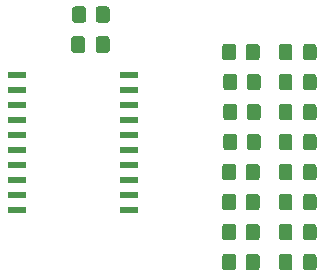
<source format=gbr>
%TF.GenerationSoftware,KiCad,Pcbnew,(5.1.9)-1*%
%TF.CreationDate,2023-01-12T13:49:32+03:00*%
%TF.ProjectId,STACK1,53544143-4b31-42e6-9b69-6361645f7063,rev?*%
%TF.SameCoordinates,Original*%
%TF.FileFunction,Paste,Top*%
%TF.FilePolarity,Positive*%
%FSLAX46Y46*%
G04 Gerber Fmt 4.6, Leading zero omitted, Abs format (unit mm)*
G04 Created by KiCad (PCBNEW (5.1.9)-1) date 2023-01-12 13:49:32*
%MOMM*%
%LPD*%
G01*
G04 APERTURE LIST*
%ADD10R,1.500000X0.600000*%
G04 APERTURE END LIST*
%TO.C,R9*%
G36*
G01*
X62900000Y-27755001D02*
X62900000Y-26854999D01*
G75*
G02*
X63149999Y-26605000I249999J0D01*
G01*
X63850001Y-26605000D01*
G75*
G02*
X64100000Y-26854999I0J-249999D01*
G01*
X64100000Y-27755001D01*
G75*
G02*
X63850001Y-28005000I-249999J0D01*
G01*
X63149999Y-28005000D01*
G75*
G02*
X62900000Y-27755001I0J249999D01*
G01*
G37*
G36*
G01*
X60900000Y-27755001D02*
X60900000Y-26854999D01*
G75*
G02*
X61149999Y-26605000I249999J0D01*
G01*
X61850001Y-26605000D01*
G75*
G02*
X62100000Y-26854999I0J-249999D01*
G01*
X62100000Y-27755001D01*
G75*
G02*
X61850001Y-28005000I-249999J0D01*
G01*
X61149999Y-28005000D01*
G75*
G02*
X60900000Y-27755001I0J249999D01*
G01*
G37*
%TD*%
%TO.C,C1*%
G36*
G01*
X64087500Y-29370000D02*
X64087500Y-30320000D01*
G75*
G02*
X63837500Y-30570000I-250000J0D01*
G01*
X63162500Y-30570000D01*
G75*
G02*
X62912500Y-30320000I0J250000D01*
G01*
X62912500Y-29370000D01*
G75*
G02*
X63162500Y-29120000I250000J0D01*
G01*
X63837500Y-29120000D01*
G75*
G02*
X64087500Y-29370000I0J-250000D01*
G01*
G37*
G36*
G01*
X62012500Y-29370000D02*
X62012500Y-30320000D01*
G75*
G02*
X61762500Y-30570000I-250000J0D01*
G01*
X61087500Y-30570000D01*
G75*
G02*
X60837500Y-30320000I0J250000D01*
G01*
X60837500Y-29370000D01*
G75*
G02*
X61087500Y-29120000I250000J0D01*
G01*
X61762500Y-29120000D01*
G75*
G02*
X62012500Y-29370000I0J-250000D01*
G01*
G37*
%TD*%
%TO.C,D1*%
G36*
G01*
X81610000Y-30029999D02*
X81610000Y-30930001D01*
G75*
G02*
X81360001Y-31180000I-249999J0D01*
G01*
X80709999Y-31180000D01*
G75*
G02*
X80460000Y-30930001I0J249999D01*
G01*
X80460000Y-30029999D01*
G75*
G02*
X80709999Y-29780000I249999J0D01*
G01*
X81360001Y-29780000D01*
G75*
G02*
X81610000Y-30029999I0J-249999D01*
G01*
G37*
G36*
G01*
X79560000Y-30029999D02*
X79560000Y-30930001D01*
G75*
G02*
X79310001Y-31180000I-249999J0D01*
G01*
X78659999Y-31180000D01*
G75*
G02*
X78410000Y-30930001I0J249999D01*
G01*
X78410000Y-30029999D01*
G75*
G02*
X78659999Y-29780000I249999J0D01*
G01*
X79310001Y-29780000D01*
G75*
G02*
X79560000Y-30029999I0J-249999D01*
G01*
G37*
%TD*%
%TO.C,D2*%
G36*
G01*
X81610000Y-32569999D02*
X81610000Y-33470001D01*
G75*
G02*
X81360001Y-33720000I-249999J0D01*
G01*
X80709999Y-33720000D01*
G75*
G02*
X80460000Y-33470001I0J249999D01*
G01*
X80460000Y-32569999D01*
G75*
G02*
X80709999Y-32320000I249999J0D01*
G01*
X81360001Y-32320000D01*
G75*
G02*
X81610000Y-32569999I0J-249999D01*
G01*
G37*
G36*
G01*
X79560000Y-32569999D02*
X79560000Y-33470001D01*
G75*
G02*
X79310001Y-33720000I-249999J0D01*
G01*
X78659999Y-33720000D01*
G75*
G02*
X78410000Y-33470001I0J249999D01*
G01*
X78410000Y-32569999D01*
G75*
G02*
X78659999Y-32320000I249999J0D01*
G01*
X79310001Y-32320000D01*
G75*
G02*
X79560000Y-32569999I0J-249999D01*
G01*
G37*
%TD*%
%TO.C,D3*%
G36*
G01*
X79560000Y-35109999D02*
X79560000Y-36010001D01*
G75*
G02*
X79310001Y-36260000I-249999J0D01*
G01*
X78659999Y-36260000D01*
G75*
G02*
X78410000Y-36010001I0J249999D01*
G01*
X78410000Y-35109999D01*
G75*
G02*
X78659999Y-34860000I249999J0D01*
G01*
X79310001Y-34860000D01*
G75*
G02*
X79560000Y-35109999I0J-249999D01*
G01*
G37*
G36*
G01*
X81610000Y-35109999D02*
X81610000Y-36010001D01*
G75*
G02*
X81360001Y-36260000I-249999J0D01*
G01*
X80709999Y-36260000D01*
G75*
G02*
X80460000Y-36010001I0J249999D01*
G01*
X80460000Y-35109999D01*
G75*
G02*
X80709999Y-34860000I249999J0D01*
G01*
X81360001Y-34860000D01*
G75*
G02*
X81610000Y-35109999I0J-249999D01*
G01*
G37*
%TD*%
%TO.C,D4*%
G36*
G01*
X81610000Y-37649999D02*
X81610000Y-38550001D01*
G75*
G02*
X81360001Y-38800000I-249999J0D01*
G01*
X80709999Y-38800000D01*
G75*
G02*
X80460000Y-38550001I0J249999D01*
G01*
X80460000Y-37649999D01*
G75*
G02*
X80709999Y-37400000I249999J0D01*
G01*
X81360001Y-37400000D01*
G75*
G02*
X81610000Y-37649999I0J-249999D01*
G01*
G37*
G36*
G01*
X79560000Y-37649999D02*
X79560000Y-38550001D01*
G75*
G02*
X79310001Y-38800000I-249999J0D01*
G01*
X78659999Y-38800000D01*
G75*
G02*
X78410000Y-38550001I0J249999D01*
G01*
X78410000Y-37649999D01*
G75*
G02*
X78659999Y-37400000I249999J0D01*
G01*
X79310001Y-37400000D01*
G75*
G02*
X79560000Y-37649999I0J-249999D01*
G01*
G37*
%TD*%
%TO.C,D5*%
G36*
G01*
X79560000Y-40189999D02*
X79560000Y-41090001D01*
G75*
G02*
X79310001Y-41340000I-249999J0D01*
G01*
X78659999Y-41340000D01*
G75*
G02*
X78410000Y-41090001I0J249999D01*
G01*
X78410000Y-40189999D01*
G75*
G02*
X78659999Y-39940000I249999J0D01*
G01*
X79310001Y-39940000D01*
G75*
G02*
X79560000Y-40189999I0J-249999D01*
G01*
G37*
G36*
G01*
X81610000Y-40189999D02*
X81610000Y-41090001D01*
G75*
G02*
X81360001Y-41340000I-249999J0D01*
G01*
X80709999Y-41340000D01*
G75*
G02*
X80460000Y-41090001I0J249999D01*
G01*
X80460000Y-40189999D01*
G75*
G02*
X80709999Y-39940000I249999J0D01*
G01*
X81360001Y-39940000D01*
G75*
G02*
X81610000Y-40189999I0J-249999D01*
G01*
G37*
%TD*%
%TO.C,D6*%
G36*
G01*
X79560000Y-42729999D02*
X79560000Y-43630001D01*
G75*
G02*
X79310001Y-43880000I-249999J0D01*
G01*
X78659999Y-43880000D01*
G75*
G02*
X78410000Y-43630001I0J249999D01*
G01*
X78410000Y-42729999D01*
G75*
G02*
X78659999Y-42480000I249999J0D01*
G01*
X79310001Y-42480000D01*
G75*
G02*
X79560000Y-42729999I0J-249999D01*
G01*
G37*
G36*
G01*
X81610000Y-42729999D02*
X81610000Y-43630001D01*
G75*
G02*
X81360001Y-43880000I-249999J0D01*
G01*
X80709999Y-43880000D01*
G75*
G02*
X80460000Y-43630001I0J249999D01*
G01*
X80460000Y-42729999D01*
G75*
G02*
X80709999Y-42480000I249999J0D01*
G01*
X81360001Y-42480000D01*
G75*
G02*
X81610000Y-42729999I0J-249999D01*
G01*
G37*
%TD*%
%TO.C,D7*%
G36*
G01*
X79560000Y-45269999D02*
X79560000Y-46170001D01*
G75*
G02*
X79310001Y-46420000I-249999J0D01*
G01*
X78659999Y-46420000D01*
G75*
G02*
X78410000Y-46170001I0J249999D01*
G01*
X78410000Y-45269999D01*
G75*
G02*
X78659999Y-45020000I249999J0D01*
G01*
X79310001Y-45020000D01*
G75*
G02*
X79560000Y-45269999I0J-249999D01*
G01*
G37*
G36*
G01*
X81610000Y-45269999D02*
X81610000Y-46170001D01*
G75*
G02*
X81360001Y-46420000I-249999J0D01*
G01*
X80709999Y-46420000D01*
G75*
G02*
X80460000Y-46170001I0J249999D01*
G01*
X80460000Y-45269999D01*
G75*
G02*
X80709999Y-45020000I249999J0D01*
G01*
X81360001Y-45020000D01*
G75*
G02*
X81610000Y-45269999I0J-249999D01*
G01*
G37*
%TD*%
%TO.C,D8*%
G36*
G01*
X81610000Y-47809999D02*
X81610000Y-48710001D01*
G75*
G02*
X81360001Y-48960000I-249999J0D01*
G01*
X80709999Y-48960000D01*
G75*
G02*
X80460000Y-48710001I0J249999D01*
G01*
X80460000Y-47809999D01*
G75*
G02*
X80709999Y-47560000I249999J0D01*
G01*
X81360001Y-47560000D01*
G75*
G02*
X81610000Y-47809999I0J-249999D01*
G01*
G37*
G36*
G01*
X79560000Y-47809999D02*
X79560000Y-48710001D01*
G75*
G02*
X79310001Y-48960000I-249999J0D01*
G01*
X78659999Y-48960000D01*
G75*
G02*
X78410000Y-48710001I0J249999D01*
G01*
X78410000Y-47809999D01*
G75*
G02*
X78659999Y-47560000I249999J0D01*
G01*
X79310001Y-47560000D01*
G75*
G02*
X79560000Y-47809999I0J-249999D01*
G01*
G37*
%TD*%
%TO.C,R1*%
G36*
G01*
X76800000Y-30029999D02*
X76800000Y-30930001D01*
G75*
G02*
X76550001Y-31180000I-249999J0D01*
G01*
X75849999Y-31180000D01*
G75*
G02*
X75600000Y-30930001I0J249999D01*
G01*
X75600000Y-30029999D01*
G75*
G02*
X75849999Y-29780000I249999J0D01*
G01*
X76550001Y-29780000D01*
G75*
G02*
X76800000Y-30029999I0J-249999D01*
G01*
G37*
G36*
G01*
X74800000Y-30029999D02*
X74800000Y-30930001D01*
G75*
G02*
X74550001Y-31180000I-249999J0D01*
G01*
X73849999Y-31180000D01*
G75*
G02*
X73600000Y-30930001I0J249999D01*
G01*
X73600000Y-30029999D01*
G75*
G02*
X73849999Y-29780000I249999J0D01*
G01*
X74550001Y-29780000D01*
G75*
G02*
X74800000Y-30029999I0J-249999D01*
G01*
G37*
%TD*%
%TO.C,R2*%
G36*
G01*
X76895000Y-32569999D02*
X76895000Y-33470001D01*
G75*
G02*
X76645001Y-33720000I-249999J0D01*
G01*
X75944999Y-33720000D01*
G75*
G02*
X75695000Y-33470001I0J249999D01*
G01*
X75695000Y-32569999D01*
G75*
G02*
X75944999Y-32320000I249999J0D01*
G01*
X76645001Y-32320000D01*
G75*
G02*
X76895000Y-32569999I0J-249999D01*
G01*
G37*
G36*
G01*
X74895000Y-32569999D02*
X74895000Y-33470001D01*
G75*
G02*
X74645001Y-33720000I-249999J0D01*
G01*
X73944999Y-33720000D01*
G75*
G02*
X73695000Y-33470001I0J249999D01*
G01*
X73695000Y-32569999D01*
G75*
G02*
X73944999Y-32320000I249999J0D01*
G01*
X74645001Y-32320000D01*
G75*
G02*
X74895000Y-32569999I0J-249999D01*
G01*
G37*
%TD*%
%TO.C,R3*%
G36*
G01*
X74895000Y-35109999D02*
X74895000Y-36010001D01*
G75*
G02*
X74645001Y-36260000I-249999J0D01*
G01*
X73944999Y-36260000D01*
G75*
G02*
X73695000Y-36010001I0J249999D01*
G01*
X73695000Y-35109999D01*
G75*
G02*
X73944999Y-34860000I249999J0D01*
G01*
X74645001Y-34860000D01*
G75*
G02*
X74895000Y-35109999I0J-249999D01*
G01*
G37*
G36*
G01*
X76895000Y-35109999D02*
X76895000Y-36010001D01*
G75*
G02*
X76645001Y-36260000I-249999J0D01*
G01*
X75944999Y-36260000D01*
G75*
G02*
X75695000Y-36010001I0J249999D01*
G01*
X75695000Y-35109999D01*
G75*
G02*
X75944999Y-34860000I249999J0D01*
G01*
X76645001Y-34860000D01*
G75*
G02*
X76895000Y-35109999I0J-249999D01*
G01*
G37*
%TD*%
%TO.C,R4*%
G36*
G01*
X74895000Y-37649999D02*
X74895000Y-38550001D01*
G75*
G02*
X74645001Y-38800000I-249999J0D01*
G01*
X73944999Y-38800000D01*
G75*
G02*
X73695000Y-38550001I0J249999D01*
G01*
X73695000Y-37649999D01*
G75*
G02*
X73944999Y-37400000I249999J0D01*
G01*
X74645001Y-37400000D01*
G75*
G02*
X74895000Y-37649999I0J-249999D01*
G01*
G37*
G36*
G01*
X76895000Y-37649999D02*
X76895000Y-38550001D01*
G75*
G02*
X76645001Y-38800000I-249999J0D01*
G01*
X75944999Y-38800000D01*
G75*
G02*
X75695000Y-38550001I0J249999D01*
G01*
X75695000Y-37649999D01*
G75*
G02*
X75944999Y-37400000I249999J0D01*
G01*
X76645001Y-37400000D01*
G75*
G02*
X76895000Y-37649999I0J-249999D01*
G01*
G37*
%TD*%
%TO.C,R5*%
G36*
G01*
X76800000Y-40189999D02*
X76800000Y-41090001D01*
G75*
G02*
X76550001Y-41340000I-249999J0D01*
G01*
X75849999Y-41340000D01*
G75*
G02*
X75600000Y-41090001I0J249999D01*
G01*
X75600000Y-40189999D01*
G75*
G02*
X75849999Y-39940000I249999J0D01*
G01*
X76550001Y-39940000D01*
G75*
G02*
X76800000Y-40189999I0J-249999D01*
G01*
G37*
G36*
G01*
X74800000Y-40189999D02*
X74800000Y-41090001D01*
G75*
G02*
X74550001Y-41340000I-249999J0D01*
G01*
X73849999Y-41340000D01*
G75*
G02*
X73600000Y-41090001I0J249999D01*
G01*
X73600000Y-40189999D01*
G75*
G02*
X73849999Y-39940000I249999J0D01*
G01*
X74550001Y-39940000D01*
G75*
G02*
X74800000Y-40189999I0J-249999D01*
G01*
G37*
%TD*%
%TO.C,R6*%
G36*
G01*
X74800000Y-42729999D02*
X74800000Y-43630001D01*
G75*
G02*
X74550001Y-43880000I-249999J0D01*
G01*
X73849999Y-43880000D01*
G75*
G02*
X73600000Y-43630001I0J249999D01*
G01*
X73600000Y-42729999D01*
G75*
G02*
X73849999Y-42480000I249999J0D01*
G01*
X74550001Y-42480000D01*
G75*
G02*
X74800000Y-42729999I0J-249999D01*
G01*
G37*
G36*
G01*
X76800000Y-42729999D02*
X76800000Y-43630001D01*
G75*
G02*
X76550001Y-43880000I-249999J0D01*
G01*
X75849999Y-43880000D01*
G75*
G02*
X75600000Y-43630001I0J249999D01*
G01*
X75600000Y-42729999D01*
G75*
G02*
X75849999Y-42480000I249999J0D01*
G01*
X76550001Y-42480000D01*
G75*
G02*
X76800000Y-42729999I0J-249999D01*
G01*
G37*
%TD*%
%TO.C,R7*%
G36*
G01*
X74800000Y-45269999D02*
X74800000Y-46170001D01*
G75*
G02*
X74550001Y-46420000I-249999J0D01*
G01*
X73849999Y-46420000D01*
G75*
G02*
X73600000Y-46170001I0J249999D01*
G01*
X73600000Y-45269999D01*
G75*
G02*
X73849999Y-45020000I249999J0D01*
G01*
X74550001Y-45020000D01*
G75*
G02*
X74800000Y-45269999I0J-249999D01*
G01*
G37*
G36*
G01*
X76800000Y-45269999D02*
X76800000Y-46170001D01*
G75*
G02*
X76550001Y-46420000I-249999J0D01*
G01*
X75849999Y-46420000D01*
G75*
G02*
X75600000Y-46170001I0J249999D01*
G01*
X75600000Y-45269999D01*
G75*
G02*
X75849999Y-45020000I249999J0D01*
G01*
X76550001Y-45020000D01*
G75*
G02*
X76800000Y-45269999I0J-249999D01*
G01*
G37*
%TD*%
%TO.C,R8*%
G36*
G01*
X76800000Y-47809999D02*
X76800000Y-48710001D01*
G75*
G02*
X76550001Y-48960000I-249999J0D01*
G01*
X75849999Y-48960000D01*
G75*
G02*
X75600000Y-48710001I0J249999D01*
G01*
X75600000Y-47809999D01*
G75*
G02*
X75849999Y-47560000I249999J0D01*
G01*
X76550001Y-47560000D01*
G75*
G02*
X76800000Y-47809999I0J-249999D01*
G01*
G37*
G36*
G01*
X74800000Y-47809999D02*
X74800000Y-48710001D01*
G75*
G02*
X74550001Y-48960000I-249999J0D01*
G01*
X73849999Y-48960000D01*
G75*
G02*
X73600000Y-48710001I0J249999D01*
G01*
X73600000Y-47809999D01*
G75*
G02*
X73849999Y-47560000I249999J0D01*
G01*
X74550001Y-47560000D01*
G75*
G02*
X74800000Y-47809999I0J-249999D01*
G01*
G37*
%TD*%
D10*
%TO.C,U1*%
X56210000Y-38735000D03*
X56210000Y-37465000D03*
X56210000Y-36195000D03*
X56210000Y-34925000D03*
X56210000Y-33655000D03*
X56210000Y-32385000D03*
X56210000Y-40005000D03*
X56210000Y-41275000D03*
X56210000Y-42545000D03*
X56210000Y-43815000D03*
X65710000Y-43815000D03*
X65710000Y-42545000D03*
X65710000Y-41275000D03*
X65710000Y-40005000D03*
X65710000Y-38735000D03*
X65710000Y-37465000D03*
X65710000Y-36195000D03*
X65710000Y-34925000D03*
X65710000Y-33655000D03*
X65710000Y-32385000D03*
%TD*%
M02*

</source>
